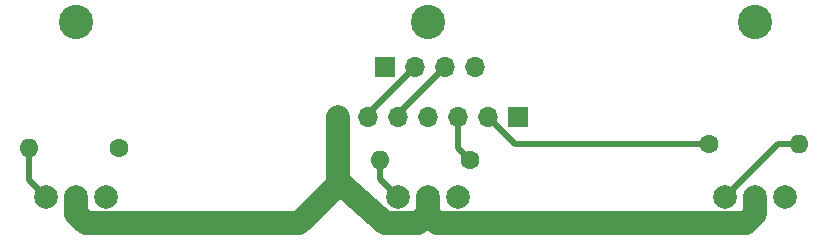
<source format=gbr>
G04 #@! TF.GenerationSoftware,KiCad,Pcbnew,5.1.5+dfsg1-2build2*
G04 #@! TF.CreationDate,2020-06-26T22:11:02+02:00*
G04 #@! TF.ProjectId,robo-car-front-shield,726f626f-2d63-4617-922d-66726f6e742d,rev?*
G04 #@! TF.SameCoordinates,Original*
G04 #@! TF.FileFunction,Copper,L1,Top*
G04 #@! TF.FilePolarity,Positive*
%FSLAX46Y46*%
G04 Gerber Fmt 4.6, Leading zero omitted, Abs format (unit mm)*
G04 Created by KiCad (PCBNEW 5.1.5+dfsg1-2build2) date 2020-06-26 22:11:02*
%MOMM*%
%LPD*%
G04 APERTURE LIST*
%ADD10O,1.700000X1.700000*%
%ADD11R,1.700000X1.700000*%
%ADD12C,2.000000*%
%ADD13C,2.900000*%
%ADD14C,1.600000*%
%ADD15O,1.600000X1.600000*%
%ADD16C,2.000000*%
%ADD17C,0.500000*%
G04 APERTURE END LIST*
D10*
X35513000Y-14680000D03*
X38053000Y-14680000D03*
X40593000Y-14680000D03*
X43133000Y-14680000D03*
X45673000Y-14680000D03*
X48213000Y-14680000D03*
D11*
X50753000Y-14680000D03*
D12*
X68279000Y-21443000D03*
X70819000Y-21443000D03*
X73359000Y-21443000D03*
D13*
X70819000Y-6679000D03*
D12*
X40556000Y-21443000D03*
X43096000Y-21443000D03*
X45636000Y-21443000D03*
D13*
X43096000Y-6679000D03*
X13288000Y-6679000D03*
D12*
X15828000Y-21443000D03*
X13288000Y-21443000D03*
X10748000Y-21443000D03*
D11*
X39450000Y-10489000D03*
D10*
X41990000Y-10489000D03*
X44530000Y-10489000D03*
X47070000Y-10489000D03*
D14*
X66882000Y-16966000D03*
D15*
X74502000Y-16966000D03*
X39069000Y-18363000D03*
D14*
X46689000Y-18363000D03*
X16971000Y-17347000D03*
D15*
X9351000Y-17347000D03*
D16*
X42310212Y-23643001D02*
X39499999Y-23643001D01*
X43096000Y-22857213D02*
X42310212Y-23643001D01*
X13288000Y-22857213D02*
X14127787Y-23697000D01*
X13288000Y-21443000D02*
X13288000Y-22857213D01*
X14127787Y-23697000D02*
X32211000Y-23697000D01*
X32211000Y-23697000D02*
X35640000Y-20268000D01*
X39499999Y-23643001D02*
X35640000Y-20268000D01*
X70819000Y-22857213D02*
X70819000Y-21443000D01*
X43881788Y-23643001D02*
X70033212Y-23643001D01*
X43096000Y-22857213D02*
X43881788Y-23643001D01*
X70033212Y-23643001D02*
X70819000Y-22857213D01*
X43096000Y-21443000D02*
X43096000Y-22857213D01*
X35513000Y-19656002D02*
X35640000Y-20268000D01*
X35513000Y-14680000D02*
X35513000Y-19656002D01*
D17*
X40593000Y-14426000D02*
X40593000Y-14680000D01*
X44530000Y-10489000D02*
X40593000Y-14426000D01*
X38053000Y-14426000D02*
X38053000Y-14680000D01*
X41990000Y-10489000D02*
X38053000Y-14426000D01*
X46689000Y-18363000D02*
X45673000Y-17347000D01*
X45673000Y-17347000D02*
X45673000Y-14680000D01*
X50499000Y-16966000D02*
X48213000Y-14680000D01*
X66882000Y-16966000D02*
X50499000Y-16966000D01*
X72756000Y-16966000D02*
X74502000Y-16966000D01*
X68279000Y-21443000D02*
X72756000Y-16966000D01*
X39069000Y-19956000D02*
X39069000Y-18363000D01*
X40556000Y-21443000D02*
X39069000Y-19956000D01*
X9748001Y-20443001D02*
X9748001Y-20411001D01*
X10748000Y-21443000D02*
X9748001Y-20443001D01*
X9351000Y-20014000D02*
X9351000Y-17347000D01*
X9748001Y-20411001D02*
X9351000Y-20014000D01*
M02*

</source>
